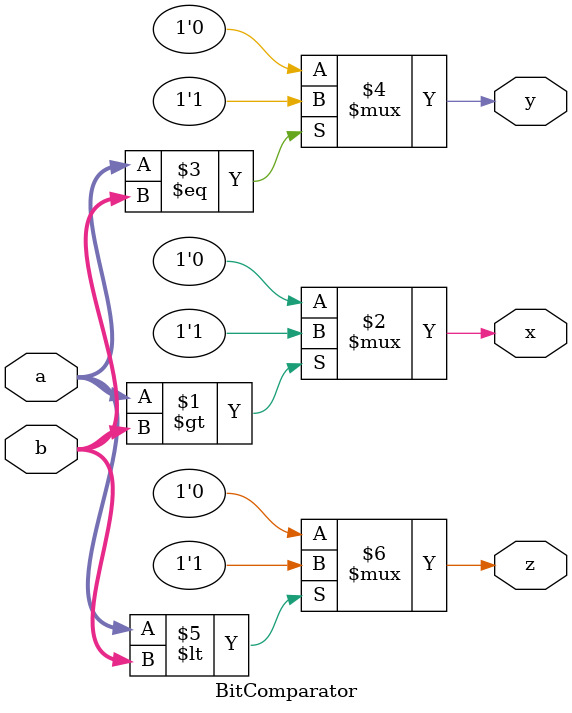
<source format=v>
`timescale 1ns / 1ps


module BitComparator(a, b, x, y, z);
input [3:0] a, b;
output x, y, z;

wire x, y, z;

assign x = (a > b) ? 1'b1 : 1'b0;//a>b
assign y = (a == b) ? 1'b1 : 1'b0;//a=b
assign z = (a < b) ? 1'b1 : 1'b0;//a<b

endmodule

</source>
